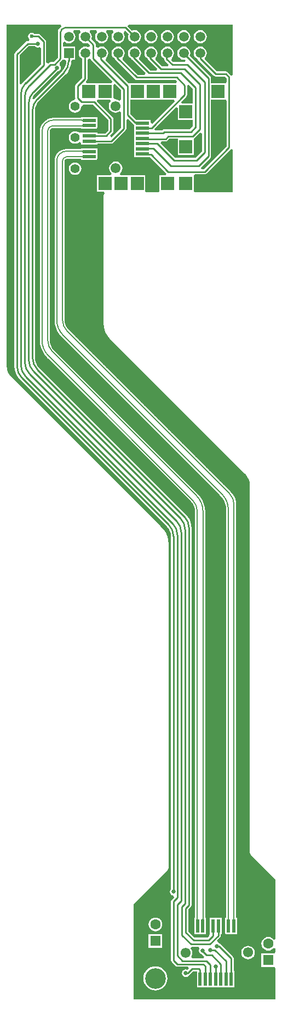
<source format=gtl>
G04 Layer_Physical_Order=1*
G04 Layer_Color=255*
%FSAX25Y25*%
%MOIN*%
G70*
G01*
G75*
%ADD10C,0.00524*%
%ADD11C,0.01000*%
%ADD12R,0.01969X0.07874*%
%ADD13R,0.07874X0.01969*%
%ADD14C,0.05906*%
%ADD15R,0.05906X0.05906*%
%ADD16R,0.05906X0.05906*%
%ADD17C,0.06102*%
%ADD18C,0.05512*%
%ADD19R,0.07874X0.07874*%
%ADD20R,0.06299X0.06299*%
%ADD21C,0.06299*%
%ADD22C,0.12598*%
%ADD23C,0.02362*%
%ADD24C,0.02500*%
G36*
X0868053Y0874975D02*
Y0865924D01*
X0861250D01*
X0860798Y0867016D01*
X0863978Y0870195D01*
X0864310Y0870693D01*
X0864427Y0871280D01*
X0864427Y0871280D01*
Y0876931D01*
X0865038Y0877325D01*
X0865579Y0877450D01*
X0868053Y0874975D01*
D02*
G37*
G36*
X0858740Y0863414D02*
Y0856042D01*
X0868053D01*
Y0852230D01*
X0866195Y0850372D01*
X0850689D01*
X0850689Y0850372D01*
X0850102Y0850255D01*
X0849605Y0849923D01*
X0849605Y0849923D01*
X0849266Y0849584D01*
X0845038D01*
X0844548Y0850766D01*
X0857649Y0863866D01*
X0858740Y0863414D01*
D02*
G37*
G36*
X0856897Y0867451D02*
X0843297Y0853851D01*
X0842116Y0854340D01*
Y0856183D01*
X0833309D01*
X0829781Y0859710D01*
Y0868542D01*
X0839022D01*
Y0868542D01*
X0839040D01*
Y0868542D01*
X0856445D01*
X0856897Y0867451D01*
D02*
G37*
G36*
X0824352Y0874188D02*
Y0868431D01*
X0823171Y0867849D01*
X0822881Y0868071D01*
X0821895Y0868480D01*
X0820836Y0868619D01*
X0820603Y0868589D01*
X0819438Y0869522D01*
X0819422Y0869571D01*
Y0877448D01*
X0820603Y0877937D01*
X0824352Y0874188D01*
D02*
G37*
G36*
X0873565Y0847797D02*
Y0836974D01*
X0869640Y0833049D01*
X0857074D01*
X0848330Y0841793D01*
X0848819Y0842974D01*
X0851476D01*
X0852063Y0843091D01*
X0852561Y0843423D01*
X0853686Y0844549D01*
X0858740D01*
Y0834842D01*
X0868622D01*
Y0844682D01*
X0869096Y0844998D01*
X0872384Y0848286D01*
X0873565Y0847797D01*
D02*
G37*
G36*
X0888322Y0868542D02*
X0888526Y0867446D01*
Y0840025D01*
X0874463Y0825963D01*
X0873333D01*
X0873203Y0826136D01*
X0872895Y0827144D01*
X0878545Y0832794D01*
X0878877Y0833291D01*
X0878994Y0833878D01*
X0878994Y0833878D01*
Y0868542D01*
X0888322D01*
D02*
G37*
G36*
X0817853Y0867634D02*
X0817898Y0867361D01*
X0817294Y0866574D01*
X0816885Y0865588D01*
X0816746Y0864529D01*
X0816885Y0863470D01*
X0817294Y0862484D01*
X0817944Y0861637D01*
X0818791Y0860987D01*
X0819778Y0860578D01*
X0820836Y0860439D01*
X0821895Y0860578D01*
X0822881Y0860987D01*
X0823171Y0861209D01*
X0824352Y0860627D01*
Y0851442D01*
X0818312Y0845402D01*
X0818069Y0845450D01*
X0817680Y0846732D01*
X0819096Y0848148D01*
X0819428Y0848645D01*
X0819545Y0849232D01*
Y0856713D01*
X0819428Y0857299D01*
X0819096Y0857797D01*
X0809529Y0867364D01*
X0809529Y0867375D01*
X0810021Y0868542D01*
X0810703Y0868542D01*
X0817465D01*
X0817853Y0867634D01*
D02*
G37*
G36*
X0892362Y0838004D02*
Y0811889D01*
X0869574D01*
X0868622Y0812442D01*
X0868622Y0813070D01*
Y0821715D01*
X0868622Y0822324D01*
X0869567Y0822896D01*
X0875098D01*
X0875685Y0823012D01*
X0876183Y0823345D01*
X0891143Y0838305D01*
X0891181Y0838363D01*
X0892362Y0838004D01*
D02*
G37*
G36*
X0790871Y0891575D02*
X0790745Y0890301D01*
X0790262Y0888709D01*
X0789478Y0887242D01*
X0788466Y0886009D01*
X0788408Y0885970D01*
X0772219Y0869781D01*
X0772214Y0869785D01*
X0771233Y0868636D01*
X0770171Y0869204D01*
X0770955Y0870671D01*
X0771967Y0871904D01*
X0772025Y0871943D01*
X0785664Y0885582D01*
X0786214Y0885692D01*
X0786960Y0886190D01*
X0787458Y0886936D01*
X0787633Y0887815D01*
X0787458Y0888694D01*
X0786960Y0889440D01*
X0786987Y0890842D01*
X0788387Y0892242D01*
X0788720Y0892740D01*
X0788723Y0892756D01*
X0790128D01*
X0790871Y0891575D01*
D02*
G37*
G36*
X0892362Y0883492D02*
X0891181Y0883133D01*
X0891143Y0883191D01*
X0891143Y0883191D01*
X0889175Y0885159D01*
X0888677Y0885491D01*
X0888091Y0885608D01*
X0882426D01*
X0875176Y0892859D01*
X0875243Y0893891D01*
X0875877Y0894717D01*
X0876276Y0895680D01*
X0876412Y0896712D01*
X0876276Y0897745D01*
X0875877Y0898708D01*
X0875243Y0899535D01*
X0874417Y0900169D01*
X0873454Y0900567D01*
X0872421Y0900703D01*
X0871388Y0900567D01*
X0870426Y0900169D01*
X0869599Y0899535D01*
X0868965Y0898708D01*
X0868566Y0897745D01*
X0868430Y0896712D01*
X0868566Y0895680D01*
X0868965Y0894717D01*
X0869599Y0893891D01*
X0870426Y0893256D01*
X0870970Y0893031D01*
X0871004Y0892858D01*
X0871337Y0892360D01*
X0880707Y0882990D01*
X0880707Y0882990D01*
X0881205Y0882658D01*
X0881791Y0882541D01*
X0887455D01*
X0888526Y0881471D01*
Y0879521D01*
X0888322Y0878424D01*
X0878994D01*
Y0881516D01*
X0878877Y0882102D01*
X0878545Y0882600D01*
X0866039Y0895106D01*
X0866276Y0895680D01*
X0866412Y0896712D01*
X0866276Y0897745D01*
X0865877Y0898708D01*
X0865243Y0899535D01*
X0864417Y0900169D01*
X0863454Y0900567D01*
X0862421Y0900703D01*
X0861388Y0900567D01*
X0860426Y0900169D01*
X0859599Y0899535D01*
X0858965Y0898708D01*
X0858566Y0897745D01*
X0858430Y0896712D01*
X0858566Y0895680D01*
X0858965Y0894717D01*
X0859599Y0893891D01*
X0860426Y0893256D01*
X0861388Y0892858D01*
X0862421Y0892722D01*
X0863165Y0892820D01*
X0863512Y0892498D01*
X0863224Y0891609D01*
X0862955Y0891317D01*
X0856048D01*
X0855065Y0892300D01*
X0855188Y0893848D01*
X0855243Y0893891D01*
X0855877Y0894717D01*
X0856276Y0895680D01*
X0856412Y0896712D01*
X0856276Y0897745D01*
X0855877Y0898708D01*
X0855243Y0899535D01*
X0854417Y0900169D01*
X0853454Y0900567D01*
X0852421Y0900703D01*
X0851388Y0900567D01*
X0850426Y0900169D01*
X0849599Y0899535D01*
X0848965Y0898708D01*
X0848566Y0897745D01*
X0848430Y0896712D01*
X0848566Y0895680D01*
X0848965Y0894717D01*
X0849599Y0893891D01*
X0850426Y0893256D01*
X0850494Y0893228D01*
Y0893169D01*
X0850611Y0892582D01*
X0850943Y0892085D01*
X0853286Y0889742D01*
X0852797Y0888561D01*
X0849356D01*
X0845168Y0892748D01*
X0845243Y0893891D01*
X0845877Y0894717D01*
X0846276Y0895680D01*
X0846412Y0896712D01*
X0846276Y0897745D01*
X0845877Y0898708D01*
X0845243Y0899535D01*
X0844417Y0900169D01*
X0843454Y0900567D01*
X0842421Y0900703D01*
X0841388Y0900567D01*
X0840426Y0900169D01*
X0839599Y0899535D01*
X0838965Y0898708D01*
X0838566Y0897745D01*
X0838430Y0896712D01*
X0838566Y0895680D01*
X0838965Y0894717D01*
X0839599Y0893891D01*
X0840426Y0893256D01*
X0840601Y0893184D01*
X0840611Y0893134D01*
X0840943Y0892636D01*
X0846290Y0887290D01*
X0845837Y0886199D01*
X0841875D01*
X0835178Y0892896D01*
X0835243Y0893891D01*
X0835877Y0894717D01*
X0836276Y0895680D01*
X0836412Y0896712D01*
X0836276Y0897745D01*
X0835877Y0898708D01*
X0835243Y0899535D01*
X0834417Y0900169D01*
X0833454Y0900567D01*
X0832421Y0900703D01*
X0831388Y0900567D01*
X0830426Y0900169D01*
X0829599Y0899535D01*
X0828965Y0898708D01*
X0828566Y0897745D01*
X0828430Y0896712D01*
X0828566Y0895680D01*
X0828965Y0894717D01*
X0829599Y0893891D01*
X0830426Y0893256D01*
X0830714Y0893137D01*
X0830943Y0892794D01*
X0839113Y0884624D01*
X0838624Y0883443D01*
X0834395D01*
X0825143Y0892695D01*
X0825220Y0893873D01*
X0825243Y0893891D01*
X0825877Y0894717D01*
X0826276Y0895680D01*
X0826412Y0896712D01*
X0826276Y0897745D01*
X0825877Y0898708D01*
X0825243Y0899535D01*
X0824417Y0900169D01*
X0823454Y0900567D01*
X0822421Y0900703D01*
X0821388Y0900567D01*
X0820426Y0900169D01*
X0819599Y0899535D01*
X0818965Y0898708D01*
X0818566Y0897745D01*
X0818430Y0896712D01*
X0818566Y0895680D01*
X0818965Y0894717D01*
X0819599Y0893891D01*
X0820426Y0893256D01*
X0820584Y0893191D01*
X0820611Y0893055D01*
X0820943Y0892557D01*
X0832675Y0880825D01*
X0832675Y0880825D01*
X0833173Y0880493D01*
X0833760Y0880376D01*
X0857532D01*
X0858259Y0879495D01*
X0857815Y0878424D01*
X0839040D01*
Y0878424D01*
X0839022D01*
Y0878424D01*
X0829140D01*
Y0878424D01*
X0828888Y0878320D01*
X0814941Y0892267D01*
X0815098Y0893780D01*
X0815243Y0893891D01*
X0815877Y0894717D01*
X0816276Y0895680D01*
X0816412Y0896712D01*
X0816276Y0897745D01*
X0815877Y0898708D01*
X0815243Y0899535D01*
X0814417Y0900169D01*
X0813454Y0900567D01*
X0812421Y0900703D01*
X0811388Y0900567D01*
X0810426Y0900169D01*
X0810096Y0899916D01*
X0808915Y0900498D01*
Y0901752D01*
X0808799Y0902339D01*
X0808466Y0902836D01*
X0806085Y0905218D01*
X0806276Y0905680D01*
X0806412Y0906713D01*
X0806276Y0907745D01*
X0805877Y0908708D01*
X0805262Y0909510D01*
X0805278Y0909628D01*
X0805676Y0910691D01*
X0809166D01*
X0809564Y0909628D01*
X0809580Y0909510D01*
X0808965Y0908708D01*
X0808566Y0907745D01*
X0808430Y0906713D01*
X0808566Y0905680D01*
X0808965Y0904717D01*
X0809599Y0903891D01*
X0810426Y0903256D01*
X0811388Y0902858D01*
X0812421Y0902722D01*
X0813454Y0902858D01*
X0814417Y0903256D01*
X0815243Y0903891D01*
X0815877Y0904717D01*
X0816276Y0905680D01*
X0816412Y0906713D01*
X0816276Y0907745D01*
X0815877Y0908708D01*
X0815262Y0909510D01*
X0815278Y0909628D01*
X0815676Y0910691D01*
X0819166D01*
X0819564Y0909628D01*
X0819580Y0909510D01*
X0818965Y0908708D01*
X0818566Y0907745D01*
X0818430Y0906713D01*
X0818566Y0905680D01*
X0818965Y0904717D01*
X0819599Y0903891D01*
X0820426Y0903256D01*
X0821388Y0902858D01*
X0822421Y0902722D01*
X0823454Y0902858D01*
X0824417Y0903256D01*
X0825243Y0903891D01*
X0825877Y0904717D01*
X0826276Y0905680D01*
X0826412Y0906713D01*
X0826276Y0907745D01*
X0825877Y0908708D01*
X0825789Y0908823D01*
X0826283Y0910119D01*
X0826757Y0910209D01*
X0828758Y0908208D01*
X0828566Y0907745D01*
X0828430Y0906713D01*
X0828566Y0905680D01*
X0828965Y0904717D01*
X0829599Y0903891D01*
X0830426Y0903256D01*
X0831388Y0902858D01*
X0832421Y0902722D01*
X0833454Y0902858D01*
X0834417Y0903256D01*
X0835243Y0903891D01*
X0835877Y0904717D01*
X0836276Y0905680D01*
X0836412Y0906713D01*
X0836276Y0907745D01*
X0835877Y0908708D01*
X0835243Y0909534D01*
X0834417Y0910169D01*
X0833454Y0910567D01*
X0832421Y0910703D01*
X0831388Y0910567D01*
X0830926Y0910376D01*
X0828349Y0912953D01*
X0828838Y0914134D01*
X0892362D01*
Y0883492D01*
D02*
G37*
G36*
X0872023Y0351636D02*
X0871794Y0351293D01*
X0871619Y0350413D01*
X0871794Y0349534D01*
X0872292Y0348788D01*
X0873038Y0348290D01*
X0873588Y0348181D01*
X0874940Y0346829D01*
X0874632Y0345821D01*
X0874501Y0345648D01*
X0867632D01*
X0867050Y0346829D01*
X0867174Y0346990D01*
X0867583Y0347977D01*
X0867722Y0349035D01*
X0867583Y0350094D01*
X0867174Y0351080D01*
X0866713Y0351681D01*
X0866715Y0351701D01*
X0867069Y0352577D01*
X0867270Y0352817D01*
X0871493D01*
X0872023Y0351636D01*
D02*
G37*
G36*
X0787632Y0914000D02*
X0787863Y0912953D01*
X0787134Y0912394D01*
X0786388Y0911422D01*
X0785919Y0910290D01*
X0785759Y0909075D01*
X0785770D01*
Y0893962D01*
X0783125Y0891317D01*
X0781398D01*
X0780811Y0891200D01*
X0780313Y0890868D01*
X0780313Y0890868D01*
X0779880Y0890434D01*
X0778699Y0890923D01*
Y0903661D01*
X0778582Y0904248D01*
X0778250Y0904746D01*
X0778250Y0904746D01*
X0775002Y0907994D01*
X0774504Y0908326D01*
X0773917Y0908443D01*
X0771485D01*
X0771457Y0908485D01*
X0770734Y0908968D01*
X0769882Y0909137D01*
X0769029Y0908968D01*
X0768306Y0908485D01*
X0767824Y0907762D01*
X0767654Y0906909D01*
X0767824Y0906057D01*
X0768306Y0905334D01*
X0768515Y0905195D01*
X0768157Y0904014D01*
X0767421D01*
X0767421Y0904014D01*
X0766834Y0903897D01*
X0766337Y0903564D01*
X0766337Y0903564D01*
X0759841Y0897069D01*
X0759509Y0896571D01*
X0759392Y0895984D01*
Y0706130D01*
X0759386D01*
X0759528Y0704325D01*
X0759950Y0702564D01*
X0760643Y0700891D01*
X0761589Y0699347D01*
X0762766Y0697971D01*
X0762770Y0697975D01*
X0852188Y0608557D01*
X0852246Y0608519D01*
X0853257Y0607285D01*
X0854042Y0605818D01*
X0854525Y0604226D01*
X0854681Y0602639D01*
X0854667Y0602570D01*
Y0387926D01*
X0854576Y0387865D01*
X0854078Y0387120D01*
X0853903Y0386240D01*
X0854078Y0385361D01*
X0854576Y0384615D01*
X0855321Y0384117D01*
X0856008Y0383980D01*
X0856344Y0383381D01*
X0856494Y0382796D01*
X0855116Y0381419D01*
X0854784Y0380921D01*
X0854667Y0380335D01*
Y0344508D01*
X0854784Y0343921D01*
X0855116Y0343424D01*
X0857479Y0341061D01*
X0857479Y0341061D01*
X0857976Y0340729D01*
X0858563Y0340612D01*
X0858563Y0340612D01*
X0865002D01*
X0865491Y0339431D01*
X0864714Y0338654D01*
X0864561Y0338757D01*
X0863681Y0338932D01*
X0862802Y0338757D01*
X0862056Y0338259D01*
X0861558Y0337513D01*
X0861383Y0336634D01*
X0861558Y0335754D01*
X0862056Y0335009D01*
X0862802Y0334511D01*
X0863681Y0334336D01*
X0864561Y0334511D01*
X0865306Y0335009D01*
X0865445Y0335216D01*
X0865449Y0335217D01*
X0865946Y0335549D01*
X0868253Y0337856D01*
X0870403D01*
Y0328150D01*
X0876703D01*
Y0328150D01*
X0893277D01*
Y0338031D01*
X0892823D01*
Y0345640D01*
X0892706Y0346227D01*
X0892374Y0346724D01*
X0884844Y0354254D01*
X0884347Y0354586D01*
X0884342Y0354587D01*
X0884204Y0354794D01*
X0883458Y0355292D01*
X0883100Y0355364D01*
X0882663Y0356597D01*
X0884500Y0358433D01*
X0884832Y0358931D01*
X0884949Y0359518D01*
Y0360433D01*
X0885404D01*
Y0370315D01*
X0878277D01*
Y0360433D01*
X0878277D01*
X0877962Y0359383D01*
X0876825Y0358246D01*
X0869041D01*
X0865215Y0362072D01*
Y0375369D01*
X0866734Y0376888D01*
X0867066Y0377386D01*
X0867183Y0377972D01*
Y0607689D01*
X0867189D01*
X0867047Y0609494D01*
X0866624Y0611254D01*
X0865931Y0612927D01*
X0864985Y0614471D01*
X0863809Y0615848D01*
X0863805Y0615844D01*
X0774387Y0705262D01*
X0774329Y0705300D01*
X0773317Y0706533D01*
X0772533Y0708001D01*
X0772050Y0709593D01*
X0771894Y0711180D01*
X0771907Y0711248D01*
Y0861625D01*
X0771894Y0861694D01*
X0772050Y0863281D01*
X0772533Y0864873D01*
X0773317Y0866341D01*
X0774329Y0867574D01*
X0774387Y0867612D01*
X0790577Y0883802D01*
X0790581Y0883797D01*
X0791757Y0885174D01*
X0792703Y0886718D01*
X0793396Y0888391D01*
X0793819Y0890152D01*
X0793961Y0891957D01*
X0794811Y0892756D01*
X0796378D01*
Y0900669D01*
X0788836D01*
Y0903029D01*
X0790018Y0903570D01*
X0790426Y0903256D01*
X0791388Y0902858D01*
X0792421Y0902722D01*
X0793454Y0902858D01*
X0794417Y0903256D01*
X0795243Y0903891D01*
X0795877Y0904717D01*
X0796276Y0905680D01*
X0796412Y0906713D01*
X0796276Y0907745D01*
X0795877Y0908708D01*
X0795262Y0909510D01*
X0795278Y0909628D01*
X0795676Y0910691D01*
X0799166D01*
X0799564Y0909628D01*
X0799580Y0909510D01*
X0798965Y0908708D01*
X0798566Y0907745D01*
X0798430Y0906713D01*
X0798566Y0905680D01*
X0798965Y0904717D01*
X0799599Y0903891D01*
X0800426Y0903256D01*
X0801388Y0902858D01*
X0802421Y0902722D01*
X0803454Y0902858D01*
X0803916Y0903049D01*
X0805346Y0901619D01*
X0805265Y0901006D01*
X0805051Y0900795D01*
X0803999Y0900342D01*
X0803454Y0900567D01*
X0802421Y0900703D01*
X0801388Y0900567D01*
X0800426Y0900169D01*
X0799599Y0899535D01*
X0798965Y0898708D01*
X0798566Y0897745D01*
X0798430Y0896712D01*
X0798566Y0895680D01*
X0798965Y0894717D01*
X0799599Y0893891D01*
X0800426Y0893256D01*
X0800730Y0893130D01*
Y0881757D01*
X0796849Y0877876D01*
X0796516Y0877378D01*
X0796400Y0876791D01*
Y0869311D01*
X0796414Y0869241D01*
X0796400Y0869121D01*
X0795774Y0868132D01*
X0795590Y0867985D01*
X0795299Y0867947D01*
X0794385Y0867568D01*
X0793600Y0866965D01*
X0792997Y0866180D01*
X0792618Y0865265D01*
X0792489Y0864283D01*
X0792618Y0863302D01*
X0792997Y0862387D01*
X0793600Y0861602D01*
X0794385Y0860999D01*
X0795299Y0860620D01*
X0796281Y0860491D01*
X0797263Y0860620D01*
X0798177Y0860999D01*
X0798963Y0861602D01*
X0799565Y0862387D01*
X0799944Y0863302D01*
X0800070Y0864258D01*
X0800088Y0864350D01*
X0801116Y0865415D01*
X0807140D01*
X0816478Y0856077D01*
Y0849867D01*
X0814465Y0847854D01*
X0809832D01*
Y0848309D01*
X0799950D01*
Y0848309D01*
X0798769Y0848211D01*
X0798177Y0848665D01*
X0797263Y0849044D01*
X0796281Y0849173D01*
X0795299Y0849044D01*
X0794385Y0848665D01*
X0793600Y0848063D01*
X0792997Y0847277D01*
X0792618Y0846363D01*
X0792489Y0845381D01*
X0792618Y0844400D01*
X0792997Y0843485D01*
X0793600Y0842700D01*
X0794385Y0842097D01*
X0795299Y0841718D01*
X0796281Y0841589D01*
X0797263Y0841718D01*
X0798177Y0842097D01*
X0798769Y0842551D01*
X0799482Y0842356D01*
X0799950Y0842047D01*
Y0841183D01*
X0809832D01*
Y0841637D01*
X0818250D01*
X0818836Y0841754D01*
X0819334Y0842087D01*
X0826970Y0849723D01*
X0827302Y0850220D01*
X0827419Y0850807D01*
Y0856192D01*
X0828510Y0856644D01*
X0831366Y0853788D01*
X0831888Y0853266D01*
X0831888Y0853266D01*
X0832234Y0853033D01*
Y0849057D01*
Y0845907D01*
Y0842758D01*
Y0839608D01*
Y0836458D01*
Y0833309D01*
X0842003D01*
X0851806Y0823505D01*
X0851682Y0822859D01*
X0851368Y0822324D01*
X0847640D01*
Y0813070D01*
X0847640Y0812442D01*
X0846688Y0811889D01*
X0839974D01*
X0839022Y0812442D01*
X0839022Y0813070D01*
Y0822324D01*
X0824016D01*
X0823615Y0823505D01*
X0823925Y0823743D01*
X0824575Y0824590D01*
X0824984Y0825577D01*
X0825123Y0826635D01*
X0824984Y0827694D01*
X0824575Y0828680D01*
X0823925Y0829527D01*
X0823078Y0830177D01*
X0822092Y0830586D01*
X0821033Y0830725D01*
X0819974Y0830586D01*
X0818988Y0830177D01*
X0818141Y0829527D01*
X0817491Y0828680D01*
X0817082Y0827694D01*
X0816943Y0826635D01*
X0817082Y0825577D01*
X0817491Y0824590D01*
X0818141Y0823743D01*
X0818451Y0823505D01*
X0818050Y0822324D01*
X0809540D01*
Y0812442D01*
X0813807D01*
X0814153Y0811472D01*
X0814193Y0811261D01*
X0813777Y0810638D01*
X0813622Y0809862D01*
Y0750807D01*
Y0732045D01*
X0813622D01*
X0813780Y0730041D01*
X0814249Y0728087D01*
X0815018Y0726229D01*
X0816068Y0724515D01*
X0817374Y0722987D01*
X0817375Y0722987D01*
X0842366Y0697996D01*
X0842366Y0697996D01*
X0899657Y0640704D01*
X0899764Y0640633D01*
X0900937Y0639203D01*
X0901869Y0637460D01*
X0902443Y0635569D01*
X0902624Y0633728D01*
X0902599Y0633602D01*
Y0614705D01*
Y0410256D01*
X0902753Y0409480D01*
X0903193Y0408822D01*
X0918347Y0393668D01*
Y0357486D01*
X0917166Y0357085D01*
X0916840Y0357509D01*
X0915973Y0358175D01*
X0914962Y0358594D01*
X0913878Y0358737D01*
X0912794Y0358594D01*
X0911783Y0358175D01*
X0910916Y0357509D01*
X0910250Y0356642D01*
X0909831Y0355631D01*
X0909688Y0354547D01*
X0909831Y0353463D01*
X0910250Y0352452D01*
X0910916Y0351585D01*
X0911783Y0350919D01*
X0912794Y0350501D01*
X0913878Y0350358D01*
X0914962Y0350501D01*
X0915973Y0350919D01*
X0916840Y0351585D01*
X0917166Y0352009D01*
X0918347Y0351608D01*
Y0349751D01*
X0918031Y0348701D01*
X0917166Y0348701D01*
X0909724D01*
Y0340394D01*
X0917166D01*
X0918031Y0340394D01*
X0918347Y0339343D01*
Y0320551D01*
X0831850D01*
Y0378708D01*
X0852516Y0399374D01*
X0852956Y0400031D01*
X0853110Y0400807D01*
X0853110Y0400807D01*
Y0553957D01*
Y0598169D01*
X0853114D01*
X0852941Y0600376D01*
X0852424Y0602527D01*
X0851577Y0604572D01*
X0850421Y0606459D01*
X0848984Y0608141D01*
X0848980Y0608138D01*
X0757437Y0699681D01*
X0757339Y0699747D01*
X0756240Y0701087D01*
X0755368Y0702717D01*
X0754832Y0704487D01*
X0754662Y0706211D01*
X0754685Y0706327D01*
X0754685Y0706327D01*
Y0750807D01*
Y0914134D01*
X0787557D01*
X0787632Y0914000D01*
D02*
G37*
G36*
X0805002Y0893414D02*
X0805928Y0892927D01*
X0805965Y0892740D01*
X0806298Y0892242D01*
X0818935Y0879605D01*
X0818445Y0878424D01*
X0810703D01*
X0809540Y0878424D01*
X0808359Y0878424D01*
X0803278D01*
X0802826Y0879516D01*
X0803348Y0880038D01*
X0803348Y0880038D01*
X0803680Y0880535D01*
X0803797Y0881122D01*
Y0892679D01*
X0804798Y0893435D01*
X0805002Y0893414D01*
D02*
G37*
G36*
X0771899Y0900855D02*
X0772644Y0900357D01*
X0773524Y0900182D01*
X0774403Y0900357D01*
X0774451Y0900389D01*
X0775632Y0899758D01*
Y0890123D01*
X0765132Y0879623D01*
X0765128Y0879628D01*
X0763952Y0878251D01*
X0763640Y0877742D01*
X0762459Y0878075D01*
Y0895349D01*
X0768056Y0900947D01*
X0771837D01*
X0771899Y0900855D01*
D02*
G37*
%LPC*%
G36*
X0852421Y0910703D02*
X0851388Y0910567D01*
X0850426Y0910169D01*
X0849599Y0909534D01*
X0848965Y0908708D01*
X0848566Y0907745D01*
X0848430Y0906713D01*
X0848566Y0905680D01*
X0848965Y0904717D01*
X0849599Y0903891D01*
X0850426Y0903256D01*
X0851388Y0902858D01*
X0852421Y0902722D01*
X0853454Y0902858D01*
X0854417Y0903256D01*
X0855243Y0903891D01*
X0855877Y0904717D01*
X0856276Y0905680D01*
X0856412Y0906713D01*
X0856276Y0907745D01*
X0855877Y0908708D01*
X0855243Y0909534D01*
X0854417Y0910169D01*
X0853454Y0910567D01*
X0852421Y0910703D01*
D02*
G37*
G36*
X0862421D02*
X0861388Y0910567D01*
X0860426Y0910169D01*
X0859599Y0909534D01*
X0858965Y0908708D01*
X0858566Y0907745D01*
X0858430Y0906713D01*
X0858566Y0905680D01*
X0858965Y0904717D01*
X0859599Y0903891D01*
X0860426Y0903256D01*
X0861388Y0902858D01*
X0862421Y0902722D01*
X0863454Y0902858D01*
X0864417Y0903256D01*
X0865243Y0903891D01*
X0865877Y0904717D01*
X0866276Y0905680D01*
X0866412Y0906713D01*
X0866276Y0907745D01*
X0865877Y0908708D01*
X0865243Y0909534D01*
X0864417Y0910169D01*
X0863454Y0910567D01*
X0862421Y0910703D01*
D02*
G37*
G36*
X0872421D02*
X0871388Y0910567D01*
X0870426Y0910169D01*
X0869599Y0909534D01*
X0868965Y0908708D01*
X0868566Y0907745D01*
X0868430Y0906713D01*
X0868566Y0905680D01*
X0868965Y0904717D01*
X0869599Y0903891D01*
X0870426Y0903256D01*
X0871388Y0902858D01*
X0872421Y0902722D01*
X0873454Y0902858D01*
X0874417Y0903256D01*
X0875243Y0903891D01*
X0875877Y0904717D01*
X0876276Y0905680D01*
X0876412Y0906713D01*
X0876276Y0907745D01*
X0875877Y0908708D01*
X0875243Y0909534D01*
X0874417Y0910169D01*
X0873454Y0910567D01*
X0872421Y0910703D01*
D02*
G37*
G36*
X0842421D02*
X0841388Y0910567D01*
X0840426Y0910169D01*
X0839599Y0909534D01*
X0838965Y0908708D01*
X0838566Y0907745D01*
X0838430Y0906713D01*
X0838566Y0905680D01*
X0838965Y0904717D01*
X0839599Y0903891D01*
X0840426Y0903256D01*
X0841388Y0902858D01*
X0842421Y0902722D01*
X0843454Y0902858D01*
X0844417Y0903256D01*
X0845243Y0903891D01*
X0845877Y0904717D01*
X0846276Y0905680D01*
X0846412Y0906713D01*
X0846276Y0907745D01*
X0845877Y0908708D01*
X0845243Y0909534D01*
X0844417Y0910169D01*
X0843454Y0910567D01*
X0842421Y0910703D01*
D02*
G37*
G36*
X0845177Y0340823D02*
X0843746Y0340682D01*
X0842369Y0340264D01*
X0841100Y0339586D01*
X0839988Y0338673D01*
X0839075Y0337561D01*
X0838397Y0336293D01*
X0837980Y0334916D01*
X0837839Y0333484D01*
X0837980Y0332052D01*
X0838397Y0330676D01*
X0839075Y0329407D01*
X0839988Y0328295D01*
X0841100Y0327382D01*
X0842369Y0326704D01*
X0843746Y0326287D01*
X0845177Y0326146D01*
X0846609Y0326287D01*
X0847985Y0326704D01*
X0849254Y0327382D01*
X0850366Y0328295D01*
X0851279Y0329407D01*
X0851957Y0330676D01*
X0852375Y0332052D01*
X0852516Y0333484D01*
X0852375Y0334916D01*
X0851957Y0336293D01*
X0851279Y0337561D01*
X0850366Y0338673D01*
X0849254Y0339586D01*
X0847985Y0340264D01*
X0846609Y0340682D01*
X0845177Y0340823D01*
D02*
G37*
G36*
X0901525Y0353322D02*
X0900467Y0353183D01*
X0899481Y0352774D01*
X0898633Y0352124D01*
X0897983Y0351277D01*
X0897575Y0350291D01*
X0897435Y0349232D01*
X0897575Y0348174D01*
X0897983Y0347187D01*
X0898633Y0346340D01*
X0899481Y0345690D01*
X0900467Y0345282D01*
X0901525Y0345142D01*
X0902584Y0345282D01*
X0903571Y0345690D01*
X0904418Y0346340D01*
X0905068Y0347187D01*
X0905476Y0348174D01*
X0905616Y0349232D01*
X0905476Y0350291D01*
X0905068Y0351277D01*
X0904418Y0352124D01*
X0903571Y0352774D01*
X0902584Y0353183D01*
X0901525Y0353322D01*
D02*
G37*
G36*
X0845177Y0370508D02*
X0844093Y0370366D01*
X0843082Y0369947D01*
X0842215Y0369281D01*
X0841549Y0368413D01*
X0841131Y0367403D01*
X0840988Y0366319D01*
X0841131Y0365234D01*
X0841549Y0364224D01*
X0842215Y0363356D01*
X0843082Y0362691D01*
X0844093Y0362272D01*
X0845177Y0362129D01*
X0846261Y0362272D01*
X0847272Y0362691D01*
X0848139Y0363356D01*
X0848805Y0364224D01*
X0849224Y0365234D01*
X0849366Y0366319D01*
X0849224Y0367403D01*
X0848805Y0368413D01*
X0848139Y0369281D01*
X0847272Y0369947D01*
X0846261Y0370366D01*
X0845177Y0370508D01*
D02*
G37*
G36*
X0849331Y0360472D02*
X0841024D01*
Y0352165D01*
X0849331D01*
Y0360472D01*
D02*
G37*
G36*
X0796281Y0830276D02*
X0795299Y0830147D01*
X0794385Y0829768D01*
X0793600Y0829165D01*
X0792997Y0828380D01*
X0792618Y0827465D01*
X0792489Y0826483D01*
X0792618Y0825502D01*
X0792997Y0824587D01*
X0793600Y0823802D01*
X0794385Y0823199D01*
X0795299Y0822820D01*
X0796281Y0822691D01*
X0797263Y0822820D01*
X0798177Y0823199D01*
X0798963Y0823802D01*
X0799565Y0824587D01*
X0799944Y0825502D01*
X0800073Y0826483D01*
X0799944Y0827465D01*
X0799565Y0828380D01*
X0798963Y0829165D01*
X0798177Y0829768D01*
X0797263Y0830147D01*
X0796281Y0830276D01*
D02*
G37*
G36*
X0809832Y0838860D02*
X0799950D01*
Y0838335D01*
X0791043D01*
Y0838346D01*
X0789627Y0838206D01*
X0788266Y0837793D01*
X0787011Y0837123D01*
X0785912Y0836220D01*
X0785009Y0835120D01*
X0784338Y0833866D01*
X0783925Y0832504D01*
X0783786Y0831088D01*
X0783796D01*
Y0734477D01*
X0783775D01*
X0783957Y0732160D01*
X0784500Y0729901D01*
X0785389Y0727754D01*
X0786603Y0725773D01*
X0788112Y0724006D01*
X0788127Y0724021D01*
X0788127Y0724021D01*
X0884676Y0627472D01*
X0884714Y0627447D01*
X0885930Y0626023D01*
X0886932Y0624388D01*
X0887665Y0622617D01*
X0888113Y0620753D01*
X0888260Y0618886D01*
X0888251Y0618842D01*
Y0370315D01*
X0887726D01*
Y0360433D01*
X0894852D01*
Y0370315D01*
X0894328D01*
Y0621738D01*
X0894338D01*
X0894199Y0623506D01*
X0893785Y0625230D01*
X0893106Y0626868D01*
X0892180Y0628380D01*
X0891028Y0629729D01*
X0891028Y0629729D01*
X0890186Y0630557D01*
X0792424Y0728318D01*
X0792376Y0728350D01*
X0791327Y0729629D01*
X0790521Y0731137D01*
X0790024Y0732774D01*
X0789862Y0734420D01*
X0789873Y0734477D01*
Y0831088D01*
X0789876D01*
X0789965Y0831535D01*
X0790218Y0831914D01*
X0790597Y0832167D01*
X0791043Y0832255D01*
Y0832258D01*
X0799950D01*
Y0831734D01*
X0809832D01*
Y0834883D01*
Y0838860D01*
D02*
G37*
G36*
X0809832Y0857757D02*
X0799950D01*
Y0857233D01*
X0782972D01*
Y0857248D01*
X0781383Y0857091D01*
X0779854Y0856627D01*
X0778446Y0855874D01*
X0777211Y0854861D01*
X0776198Y0853627D01*
X0775445Y0852218D01*
X0774981Y0850690D01*
X0774825Y0849100D01*
X0774839D01*
Y0721977D01*
X0774819D01*
X0775001Y0719660D01*
X0775543Y0717401D01*
X0776432Y0715254D01*
X0777646Y0713273D01*
X0779155Y0711506D01*
X0779170Y0711521D01*
X0779170Y0711521D01*
X0866802Y0623889D01*
X0866850Y0623857D01*
X0867899Y0622579D01*
X0868706Y0621070D01*
X0869202Y0619433D01*
X0869364Y0617787D01*
X0869353Y0617731D01*
Y0370315D01*
X0868829D01*
Y0360433D01*
X0875955D01*
Y0370315D01*
X0875430D01*
Y0617731D01*
X0875451D01*
X0875269Y0620047D01*
X0874726Y0622306D01*
X0873837Y0624453D01*
X0872623Y0626434D01*
X0871865Y0627322D01*
X0871117Y0628197D01*
X0871114Y0628201D01*
X0871099Y0628186D01*
X0783467Y0715818D01*
X0783420Y0715850D01*
X0782370Y0717129D01*
X0781564Y0718637D01*
X0781067Y0720274D01*
X0780905Y0721920D01*
X0780917Y0721977D01*
Y0849100D01*
X0780909Y0849137D01*
X0781060Y0849892D01*
X0781508Y0850564D01*
X0782180Y0851013D01*
X0782936Y0851163D01*
X0782972Y0851156D01*
X0799950D01*
Y0850632D01*
X0809832D01*
Y0853781D01*
Y0857757D01*
D02*
G37*
%LPD*%
D10*
X0800866Y0833722D02*
G03*
X0800692Y0833549I0000000J-0000173D01*
G01*
X0788583Y0734477D02*
G03*
X0791512Y0727406I0010000J0000000D01*
G01*
X0791043Y0833549D02*
G03*
X0788583Y0831088I0000000J-0002461D01*
G01*
X0893037Y0621738D02*
G03*
X0890108Y0628809I-0010000J0000000D01*
G01*
X0893037Y0369746D02*
G03*
X0892864Y0369328I0000418J-0000418D01*
G01*
X0889541Y0618842D02*
G03*
X0885588Y0628385I-0013496J0000000D01*
G01*
X0889715Y0369328D02*
G03*
X0889541Y0369746I-0000591J0000000D01*
G01*
X0800692Y0837045D02*
G03*
X0800866Y0836872I0000173J0000000D01*
G01*
X0791043Y0837045D02*
G03*
X0785087Y0831088I0000000J-0005957D01*
G01*
Y0734477D02*
G03*
X0789040Y0724934I0013496J0000000D01*
G01*
X0874140Y0617731D02*
G03*
X0870190Y0627271I-0013496J0000000D01*
G01*
D02*
G03*
X0870187Y0627274I-0009546J-0009540D01*
G01*
X0874140Y0369746D02*
G03*
X0873967Y0369328I0000418J-0000418D01*
G01*
X0782972Y0852446D02*
G03*
X0779626Y0849100I0000000J-0003347D01*
G01*
Y0721977D02*
G03*
X0782555Y0714906I0010000J0000000D01*
G01*
X0870644Y0617731D02*
G03*
X0867715Y0624802I-0010000J0000000D01*
G01*
X0870817Y0369328D02*
G03*
X0870644Y0369746I-0000591J0000000D01*
G01*
X0782972Y0855943D02*
G03*
X0776130Y0849100I0000000J-0006842D01*
G01*
Y0721977D02*
G03*
X0780083Y0712434I0013496J0000000D01*
G01*
X0800866Y0833722D02*
X0804891D01*
X0791043Y0833549D02*
X0800692D01*
X0788583Y0734477D02*
Y0831088D01*
X0791512Y0727406D02*
X0890108Y0628809D01*
X0893037Y0369746D02*
Y0621738D01*
X0892864Y0365374D02*
Y0369328D01*
X0889541Y0369746D02*
Y0618842D01*
X0800866Y0836872D02*
X0804891D01*
X0889715Y0365374D02*
Y0369328D01*
X0791043Y0837045D02*
X0800692D01*
X0789040Y0724934D02*
X0885588Y0628385D01*
X0785087Y0734477D02*
Y0831088D01*
X0874140Y0369746D02*
Y0617731D01*
X0873967Y0365374D02*
Y0369328D01*
X0800519Y0852446D02*
X0800692Y0852620D01*
X0804891D01*
X0782972Y0852446D02*
X0800519D01*
X0782555Y0714906D02*
X0870187Y0627274D01*
X0779626Y0721977D02*
Y0849100D01*
X0870644Y0369746D02*
Y0617731D01*
X0800692Y0855769D02*
X0804891D01*
X0870817Y0365374D02*
Y0369328D01*
X0782972Y0855943D02*
X0800519D01*
X0800692Y0855769D01*
X0780083Y0712434D02*
X0867715Y0624802D01*
X0776130Y0721977D02*
Y0849100D01*
D11*
X0790453Y0912224D02*
G03*
X0787303Y0909075I0000000J-0003150D01*
G01*
X0768493Y0876878D02*
G03*
X0765650Y0870015I0006864J-0006864D01*
G01*
X0789492Y0884886D02*
G03*
X0792421Y0891957I-0007071J0007071D01*
G01*
X0773303Y0868697D02*
G03*
X0770374Y0861625I0007071J-0007071D01*
G01*
X0770941Y0873027D02*
G03*
X0768012Y0865956I0007071J-0007071D01*
G01*
X0766216Y0878539D02*
G03*
X0763287Y0871468I0007071J-0007071D01*
G01*
X0856201Y0602570D02*
G03*
X0853272Y0609642I-0010000J0000000D01*
G01*
X0858563Y0603358D02*
G03*
X0855634Y0610429I-0010000J0000000D01*
G01*
X0860925Y0604933D02*
G03*
X0857996Y0612004I-0010000J0000000D01*
G01*
X0863287Y0606507D02*
G03*
X0860358Y0613579I-0010000J0000000D01*
G01*
X0865650Y0607689D02*
G03*
X0862721Y0614760I-0010000J0000000D01*
G01*
X0760925Y0706130D02*
G03*
X0763854Y0699059I0010000J0000000D01*
G01*
X0763287Y0706918D02*
G03*
X0766216Y0699847I0010000J0000000D01*
G01*
X0765650Y0708493D02*
G03*
X0768578Y0701421I0010000J0000000D01*
G01*
X0768012Y0710067D02*
G03*
X0770941Y0702996I0010000J0000000D01*
G01*
X0770374Y0711248D02*
G03*
X0773303Y0704177I0010000J0000000D01*
G01*
X0760925Y0706130D02*
Y0895984D01*
X0767421Y0902480D01*
X0890059Y0839390D02*
Y0882106D01*
X0888091Y0884075D02*
X0890059Y0882106D01*
X0881791Y0884075D02*
X0888091D01*
X0875098Y0824429D02*
X0890059Y0839390D01*
X0875098Y0836339D02*
Y0879154D01*
X0870275Y0831516D02*
X0875098Y0836339D01*
X0856439Y0831516D02*
X0870275D01*
X0872421Y0893445D02*
Y0896712D01*
Y0893445D02*
X0881791Y0884075D01*
X0769882Y0906909D02*
X0773917D01*
X0777165Y0903661D01*
Y0889488D02*
Y0903661D01*
X0767421Y0902480D02*
X0773524D01*
X0787303Y0893327D02*
Y0909075D01*
X0783760Y0889783D02*
X0787303Y0893327D01*
X0781398Y0889783D02*
X0783760D01*
X0768493Y0876878D02*
X0781398Y0889783D01*
X0770941Y0873027D02*
X0785335Y0887421D01*
X0766216Y0878539D02*
X0777165Y0889488D01*
X0880266Y0359518D02*
Y0365374D01*
X0802421Y0906713D02*
X0807382Y0901752D01*
Y0893327D02*
Y0901752D01*
Y0893327D02*
X0825886Y0874823D01*
X0773303Y0868697D02*
X0789492Y0884886D01*
X0792421Y0891957D02*
Y0896712D01*
X0804891Y0843171D02*
X0818250D01*
X0825886Y0850807D01*
Y0874823D01*
X0856201Y0344508D02*
X0858563Y0342146D01*
X0856201Y0344508D02*
Y0380335D01*
X0858563Y0382697D01*
Y0378366D02*
X0860925Y0380728D01*
X0858563Y0347264D02*
Y0378366D01*
Y0347264D02*
X0861713Y0344114D01*
X0867618Y0339390D02*
X0871555D01*
X0863681Y0336634D02*
X0864862D01*
X0867618Y0339390D01*
X0797933Y0869311D02*
Y0876791D01*
X0802028Y0896083D02*
X0802264Y0895846D01*
Y0881122D02*
Y0895846D01*
X0797933Y0876791D02*
X0802264Y0881122D01*
X0797933Y0869311D02*
X0800295Y0866949D01*
X0807776D01*
X0818012Y0856713D01*
Y0849232D02*
Y0856713D01*
X0815100Y0846320D02*
X0818012Y0849232D01*
X0804891Y0846320D02*
X0815100D01*
X0812027Y0893012D02*
X0828248Y0876791D01*
Y0859075D02*
Y0876791D01*
Y0859075D02*
X0832972Y0854350D01*
X0837303D01*
X0879429Y0347657D02*
X0884990Y0342096D01*
X0876280Y0347657D02*
X0879429D01*
X0873917Y0350020D02*
X0876280Y0347657D01*
X0888140Y0333090D02*
Y0344065D01*
X0881398Y0350807D02*
X0888140Y0344065D01*
X0878642Y0350807D02*
X0881398D01*
X0891289Y0333090D02*
Y0345640D01*
X0883760Y0353169D02*
X0891289Y0345640D01*
X0882579Y0353169D02*
X0883760D01*
X0884990Y0333090D02*
Y0342096D01*
X0865650Y0377972D02*
Y0607689D01*
X0863681Y0376004D02*
X0865650Y0377972D01*
X0863681Y0361437D02*
Y0376004D01*
X0863287Y0379153D02*
Y0606507D01*
X0861319Y0377185D02*
X0863287Y0379153D01*
X0861319Y0359862D02*
Y0377185D01*
X0858563Y0382697D02*
Y0603358D01*
X0861319Y0359862D02*
X0866831Y0354350D01*
X0858563Y0342146D02*
X0874311D01*
X0871555Y0339390D02*
X0872392Y0338553D01*
X0853051Y0824429D02*
X0875098D01*
X0842421Y0835059D02*
X0853051Y0824429D01*
X0836909Y0835059D02*
X0842421D01*
X0877461Y0833878D02*
Y0881516D01*
X0871555Y0827972D02*
X0877461Y0833878D01*
X0854626Y0827972D02*
X0871555D01*
X0843996Y0838602D02*
X0854626Y0827972D01*
X0846358Y0841596D02*
X0856439Y0831516D01*
X0862894Y0887027D02*
X0872342Y0877579D01*
Y0850413D02*
Y0877579D01*
X0868012Y0846083D02*
X0872342Y0850413D01*
X0864468Y0889783D02*
X0875098Y0879154D01*
X0848720Y0887027D02*
X0862894D01*
X0855413Y0889783D02*
X0864468D01*
X0852028Y0893169D02*
X0855413Y0889783D01*
X0852028Y0893169D02*
Y0896712D01*
X0812027Y0893012D02*
Y0896083D01*
X0833760Y0881909D02*
X0858169D01*
X0822027Y0893642D02*
X0833760Y0881909D01*
X0822027Y0893642D02*
Y0896083D01*
X0841240Y0884665D02*
X0860532D01*
X0832028Y0893878D02*
X0841240Y0884665D01*
X0832028Y0893878D02*
Y0896083D01*
X0881841Y0333090D02*
Y0340571D01*
X0873917Y0350020D02*
Y0350413D01*
X0837303Y0844508D02*
X0851476D01*
X0836909Y0844901D02*
X0837303Y0844508D01*
Y0838602D02*
X0843996D01*
X0837175Y0841596D02*
X0846358D01*
X0851476Y0844508D02*
X0853051Y0846083D01*
X0868012D01*
X0849901Y0848051D02*
X0850689Y0848839D01*
X0836516Y0848051D02*
X0849901D01*
X0860532Y0884665D02*
X0869587Y0875610D01*
X0850689Y0848839D02*
X0866831D01*
X0869587Y0851594D01*
Y0875610D01*
X0858169Y0881909D02*
X0862894Y0877185D01*
Y0871280D02*
Y0877185D01*
X0842815Y0851201D02*
X0862894Y0871280D01*
X0836909Y0851201D02*
X0842815D01*
X0877461Y0356713D02*
X0880266Y0359518D01*
X0883415D02*
Y0365374D01*
X0878248Y0354350D02*
X0883415Y0359518D01*
X0878691Y0333090D02*
Y0341703D01*
X0876280Y0344114D02*
X0878691Y0341703D01*
X0861713Y0344114D02*
X0876280D01*
X0875541Y0333090D02*
Y0340915D01*
X0874311Y0342146D02*
X0875541Y0340915D01*
X0872392Y0333090D02*
Y0338553D01*
X0863681Y0361437D02*
X0868406Y0356713D01*
X0877461D01*
X0866831Y0354350D02*
X0878248D01*
X0856201Y0386240D02*
Y0602570D01*
X0860925Y0380728D02*
Y0604933D01*
X0763854Y0699059D02*
X0853272Y0609642D01*
X0763287Y0706918D02*
Y0871468D01*
X0766216Y0699847D02*
X0855634Y0610429D01*
X0765650Y0708493D02*
Y0870015D01*
X0768578Y0701421D02*
X0857996Y0612004D01*
X0768012Y0710067D02*
Y0865956D01*
X0770941Y0702996D02*
X0860358Y0613579D01*
X0770374Y0711248D02*
Y0861625D01*
X0773303Y0704177D02*
X0862721Y0614760D01*
X0790453Y0912224D02*
X0826909D01*
X0832421Y0906713D01*
X0862894Y0896083D02*
X0877461Y0881516D01*
X0862027Y0896083D02*
X0862894D01*
X0842027Y0893720D02*
X0848720Y0887027D01*
X0842027Y0893720D02*
Y0896083D01*
D12*
X0870817Y0365374D02*
D03*
X0873967D02*
D03*
X0869242Y0333090D02*
D03*
X0872392Y0333090D02*
D03*
X0875541D02*
D03*
X0878691Y0333090D02*
D03*
X0881841D02*
D03*
X0884990D02*
D03*
X0888140D02*
D03*
X0891289D02*
D03*
X0894439D02*
D03*
X0897589D02*
D03*
X0896014Y0365374D02*
D03*
X0892864D02*
D03*
X0889715D02*
D03*
X0886565D02*
D03*
X0883415D02*
D03*
X0880266D02*
D03*
X0877116D02*
D03*
X0867667D02*
D03*
D13*
X0804891Y0858919D02*
D03*
X0804891Y0855769D02*
D03*
Y0852620D02*
D03*
X0804891Y0849470D02*
D03*
Y0846320D02*
D03*
Y0843171D02*
D03*
Y0840021D02*
D03*
Y0830573D02*
D03*
X0837175Y0832147D02*
D03*
Y0835297D02*
D03*
Y0838447D02*
D03*
Y0841596D02*
D03*
Y0844746D02*
D03*
Y0847895D02*
D03*
Y0851045D02*
D03*
X0837175Y0854194D02*
D03*
Y0857344D02*
D03*
X0837175Y0860494D02*
D03*
X0804891Y0836872D02*
D03*
Y0833722D02*
D03*
D14*
X0882421Y0906713D02*
D03*
X0782421D02*
D03*
X0872421D02*
D03*
X0862421D02*
D03*
X0852421D02*
D03*
X0842421D02*
D03*
X0832421D02*
D03*
X0822421D02*
D03*
X0812421D02*
D03*
X0802421D02*
D03*
X0792421D02*
D03*
X0872421Y0896712D02*
D03*
X0862421D02*
D03*
X0852421D02*
D03*
X0842421D02*
D03*
X0832421D02*
D03*
X0822421D02*
D03*
X0812421D02*
D03*
X0802421D02*
D03*
D15*
X0882421D02*
D03*
X0782421D02*
D03*
D16*
X0792421D02*
D03*
D17*
X0863632Y0349035D02*
D03*
X0901525Y0349232D02*
D03*
X0820836Y0864529D02*
D03*
X0821033Y0826635D02*
D03*
D18*
X0796281Y0845381D02*
D03*
Y0864283D02*
D03*
Y0826483D02*
D03*
D19*
X0814481Y0817383D02*
D03*
X0804581Y0873483D02*
D03*
X0814481D02*
D03*
X0834081D02*
D03*
X0843981D02*
D03*
X0883381D02*
D03*
X0863681Y0860983D02*
D03*
Y0839783D02*
D03*
X0852581Y0817383D02*
D03*
X0834081D02*
D03*
X0863681D02*
D03*
X0824281D02*
D03*
X0853824Y0873483D02*
D03*
D20*
X0845177Y0356319D02*
D03*
X0913878Y0344547D02*
D03*
D21*
X0845177Y0366319D02*
D03*
X0913878Y0354547D02*
D03*
D22*
X0845177Y0333484D02*
D03*
D23*
X0798956Y0858450D02*
D03*
X0796004D02*
D03*
X0793051D02*
D03*
X0790098D02*
D03*
X0787146D02*
D03*
X0784193D02*
D03*
X0781245Y0858279D02*
D03*
X0778470Y0857270D02*
D03*
X0776131Y0855468D02*
D03*
X0774488Y0853015D02*
D03*
X0773704Y0850168D02*
D03*
X0773623Y0847216D02*
D03*
Y0844263D02*
D03*
Y0841311D02*
D03*
Y0838358D02*
D03*
Y0835405D02*
D03*
Y0832452D02*
D03*
Y0829500D02*
D03*
Y0826547D02*
D03*
Y0823594D02*
D03*
Y0820641D02*
D03*
Y0817689D02*
D03*
Y0814736D02*
D03*
Y0811783D02*
D03*
Y0808830D02*
D03*
Y0805878D02*
D03*
Y0802925D02*
D03*
Y0799972D02*
D03*
Y0797019D02*
D03*
Y0794067D02*
D03*
Y0791114D02*
D03*
Y0788161D02*
D03*
Y0785208D02*
D03*
Y0782256D02*
D03*
Y0779303D02*
D03*
Y0776350D02*
D03*
Y0773397D02*
D03*
Y0770445D02*
D03*
Y0767492D02*
D03*
Y0764539D02*
D03*
Y0761586D02*
D03*
Y0758634D02*
D03*
Y0755681D02*
D03*
Y0752728D02*
D03*
Y0749775D02*
D03*
Y0746823D02*
D03*
Y0743870D02*
D03*
Y0740917D02*
D03*
Y0737964D02*
D03*
Y0735012D02*
D03*
Y0732059D02*
D03*
Y0729106D02*
D03*
Y0726153D02*
D03*
Y0723201D02*
D03*
X0773731Y0720250D02*
D03*
X0774300Y0717352D02*
D03*
X0775409Y0714616D02*
D03*
X0777013Y0712137D02*
D03*
X0779009Y0709961D02*
D03*
X0781097Y0707873D02*
D03*
X0783185Y0705785D02*
D03*
X0785273Y0703697D02*
D03*
X0787361Y0701610D02*
D03*
X0789449Y0699522D02*
D03*
X0791537Y0697434D02*
D03*
X0793625Y0695346D02*
D03*
X0795713Y0693258D02*
D03*
X0797801Y0691170D02*
D03*
X0799889Y0689082D02*
D03*
X0801976Y0686994D02*
D03*
X0804064Y0684906D02*
D03*
X0806152Y0682818D02*
D03*
X0808240Y0680730D02*
D03*
X0810328Y0678643D02*
D03*
X0812416Y0676555D02*
D03*
X0814504Y0674467D02*
D03*
X0816592Y0672379D02*
D03*
X0818680Y0670291D02*
D03*
X0820768Y0668203D02*
D03*
X0822855Y0666115D02*
D03*
X0824943Y0664027D02*
D03*
X0827031Y0661939D02*
D03*
X0829119Y0659851D02*
D03*
X0831207Y0657763D02*
D03*
X0833295Y0655676D02*
D03*
X0835383Y0653588D02*
D03*
X0837471Y0651500D02*
D03*
X0839559Y0649412D02*
D03*
X0841647Y0647324D02*
D03*
X0843735Y0645236D02*
D03*
X0845823Y0643148D02*
D03*
X0847910Y0641060D02*
D03*
X0849998Y0638972D02*
D03*
X0852086Y0636884D02*
D03*
X0854174Y0634796D02*
D03*
X0856262Y0632709D02*
D03*
X0858350Y0630621D02*
D03*
X0860438Y0628533D02*
D03*
X0862526Y0626445D02*
D03*
X0864614Y0624357D02*
D03*
X0866631Y0622201D02*
D03*
X0867897Y0619533D02*
D03*
X0868136Y0616590D02*
D03*
Y0613637D02*
D03*
Y0610685D02*
D03*
Y0607732D02*
D03*
Y0604779D02*
D03*
Y0601826D02*
D03*
Y0598874D02*
D03*
Y0595921D02*
D03*
Y0592968D02*
D03*
Y0590015D02*
D03*
Y0587063D02*
D03*
Y0584110D02*
D03*
Y0581157D02*
D03*
Y0578204D02*
D03*
Y0575252D02*
D03*
Y0572299D02*
D03*
Y0569346D02*
D03*
Y0566394D02*
D03*
Y0563441D02*
D03*
Y0560488D02*
D03*
Y0557535D02*
D03*
Y0554582D02*
D03*
Y0551630D02*
D03*
Y0548677D02*
D03*
Y0545724D02*
D03*
Y0542771D02*
D03*
Y0539819D02*
D03*
Y0536866D02*
D03*
Y0533913D02*
D03*
Y0530961D02*
D03*
Y0528008D02*
D03*
Y0525055D02*
D03*
Y0522102D02*
D03*
Y0519149D02*
D03*
Y0516197D02*
D03*
Y0513244D02*
D03*
Y0510291D02*
D03*
Y0507338D02*
D03*
Y0504386D02*
D03*
Y0501433D02*
D03*
Y0498480D02*
D03*
Y0495528D02*
D03*
Y0492575D02*
D03*
Y0489622D02*
D03*
Y0486669D02*
D03*
Y0483716D02*
D03*
Y0480764D02*
D03*
Y0477811D02*
D03*
Y0474858D02*
D03*
Y0471906D02*
D03*
Y0468953D02*
D03*
Y0466000D02*
D03*
Y0463047D02*
D03*
Y0460094D02*
D03*
Y0457142D02*
D03*
Y0454189D02*
D03*
Y0451236D02*
D03*
Y0448283D02*
D03*
Y0445331D02*
D03*
Y0442378D02*
D03*
Y0439425D02*
D03*
Y0436473D02*
D03*
Y0433520D02*
D03*
Y0430567D02*
D03*
Y0427614D02*
D03*
Y0424661D02*
D03*
Y0421709D02*
D03*
Y0418756D02*
D03*
Y0415803D02*
D03*
Y0412851D02*
D03*
Y0409898D02*
D03*
Y0406945D02*
D03*
Y0403992D02*
D03*
Y0401039D02*
D03*
Y0398087D02*
D03*
Y0395134D02*
D03*
Y0392181D02*
D03*
Y0389229D02*
D03*
Y0386276D02*
D03*
Y0383323D02*
D03*
Y0380370D02*
D03*
Y0377417D02*
D03*
Y0374465D02*
D03*
Y0371512D02*
D03*
X0871195Y0359213D02*
D03*
X0874148D02*
D03*
X0876647Y0372120D02*
D03*
Y0375073D02*
D03*
Y0378026D02*
D03*
Y0380978D02*
D03*
Y0383931D02*
D03*
Y0386884D02*
D03*
Y0389837D02*
D03*
Y0392790D02*
D03*
Y0395742D02*
D03*
Y0398695D02*
D03*
Y0401648D02*
D03*
Y0404600D02*
D03*
Y0407553D02*
D03*
Y0410506D02*
D03*
Y0413459D02*
D03*
Y0416411D02*
D03*
Y0419364D02*
D03*
Y0422317D02*
D03*
Y0425270D02*
D03*
Y0428223D02*
D03*
Y0431175D02*
D03*
Y0434128D02*
D03*
Y0437081D02*
D03*
Y0440033D02*
D03*
Y0442986D02*
D03*
Y0445939D02*
D03*
Y0448892D02*
D03*
Y0451845D02*
D03*
Y0454797D02*
D03*
Y0457750D02*
D03*
Y0460703D02*
D03*
Y0463656D02*
D03*
Y0466608D02*
D03*
Y0469561D02*
D03*
Y0472514D02*
D03*
Y0475466D02*
D03*
Y0478419D02*
D03*
Y0481372D02*
D03*
Y0484325D02*
D03*
Y0487278D02*
D03*
Y0490230D02*
D03*
Y0493183D02*
D03*
Y0496136D02*
D03*
Y0499088D02*
D03*
Y0502041D02*
D03*
Y0504994D02*
D03*
Y0507947D02*
D03*
Y0510899D02*
D03*
Y0513852D02*
D03*
Y0516805D02*
D03*
Y0519758D02*
D03*
Y0522711D02*
D03*
Y0525663D02*
D03*
Y0528616D02*
D03*
Y0531569D02*
D03*
Y0534521D02*
D03*
Y0537474D02*
D03*
Y0540427D02*
D03*
Y0543380D02*
D03*
Y0546333D02*
D03*
Y0549285D02*
D03*
Y0552238D02*
D03*
Y0555191D02*
D03*
Y0558144D02*
D03*
Y0561096D02*
D03*
Y0564049D02*
D03*
Y0567002D02*
D03*
Y0569954D02*
D03*
Y0572907D02*
D03*
Y0575860D02*
D03*
Y0578813D02*
D03*
Y0581766D02*
D03*
Y0584718D02*
D03*
Y0587671D02*
D03*
Y0590624D02*
D03*
Y0593576D02*
D03*
Y0596529D02*
D03*
Y0599482D02*
D03*
Y0602435D02*
D03*
Y0605387D02*
D03*
Y0608340D02*
D03*
Y0611293D02*
D03*
Y0614246D02*
D03*
Y0617199D02*
D03*
X0876468Y0620146D02*
D03*
X0875755Y0623011D02*
D03*
X0874511Y0625689D02*
D03*
X0872805Y0628099D02*
D03*
X0870769Y0630237D02*
D03*
X0868681Y0632325D02*
D03*
X0866593Y0634413D02*
D03*
X0864505Y0636501D02*
D03*
X0862417Y0638589D02*
D03*
X0860329Y0640677D02*
D03*
X0858241Y0642765D02*
D03*
X0856153Y0644853D02*
D03*
X0854066Y0646941D02*
D03*
X0851978Y0649029D02*
D03*
X0849890Y0651117D02*
D03*
X0847802Y0653204D02*
D03*
X0845714Y0655292D02*
D03*
X0843626Y0657380D02*
D03*
X0841538Y0659468D02*
D03*
X0839450Y0661556D02*
D03*
X0837362Y0663644D02*
D03*
X0835274Y0665732D02*
D03*
X0833186Y0667820D02*
D03*
X0831098Y0669908D02*
D03*
X0829010Y0671996D02*
D03*
X0826923Y0674084D02*
D03*
X0824835Y0676171D02*
D03*
X0822747Y0678259D02*
D03*
X0820659Y0680347D02*
D03*
X0818571Y0682435D02*
D03*
X0816483Y0684523D02*
D03*
X0814395Y0686611D02*
D03*
X0812307Y0688699D02*
D03*
X0810219Y0690787D02*
D03*
X0808132Y0692875D02*
D03*
X0806044Y0694963D02*
D03*
X0803956Y0697051D02*
D03*
X0801868Y0699138D02*
D03*
X0799780Y0701227D02*
D03*
X0797692Y0703314D02*
D03*
X0795604Y0705402D02*
D03*
X0793516Y0707490D02*
D03*
X0791428Y0709578D02*
D03*
X0789340Y0711666D02*
D03*
X0787252Y0713754D02*
D03*
X0785164Y0715842D02*
D03*
X0783243Y0718084D02*
D03*
X0782235Y0720859D02*
D03*
X0782133Y0723810D02*
D03*
Y0838968D02*
D03*
Y0841920D02*
D03*
Y0844873D02*
D03*
Y0847826D02*
D03*
X0784195Y0849939D02*
D03*
X0787148D02*
D03*
X0790101D02*
D03*
X0793054D02*
D03*
X0796006D02*
D03*
X0798959D02*
D03*
X0810577Y0850327D02*
D03*
X0811052Y0853241D02*
D03*
Y0856194D02*
D03*
X0798799Y0839556D02*
D03*
X0795846D02*
D03*
X0792893D02*
D03*
X0789942Y0839467D02*
D03*
X0787128Y0838573D02*
D03*
X0784784Y0836776D02*
D03*
X0783217Y0834273D02*
D03*
X0782586Y0831389D02*
D03*
X0782575Y0828436D02*
D03*
Y0825484D02*
D03*
Y0822531D02*
D03*
Y0819578D02*
D03*
Y0816625D02*
D03*
Y0813673D02*
D03*
Y0810720D02*
D03*
Y0807767D02*
D03*
Y0804814D02*
D03*
Y0801861D02*
D03*
Y0798909D02*
D03*
Y0795956D02*
D03*
Y0793003D02*
D03*
Y0790051D02*
D03*
Y0787098D02*
D03*
Y0784145D02*
D03*
Y0781192D02*
D03*
Y0778239D02*
D03*
Y0775287D02*
D03*
Y0772334D02*
D03*
Y0769381D02*
D03*
Y0766428D02*
D03*
Y0763476D02*
D03*
Y0760523D02*
D03*
Y0757570D02*
D03*
Y0754618D02*
D03*
Y0751665D02*
D03*
Y0748712D02*
D03*
Y0745759D02*
D03*
Y0742806D02*
D03*
Y0739854D02*
D03*
Y0736901D02*
D03*
X0782589Y0733948D02*
D03*
X0782972Y0731020D02*
D03*
X0783876Y0728209D02*
D03*
X0785270Y0725606D02*
D03*
X0787109Y0723296D02*
D03*
X0789205Y0721217D02*
D03*
X0791293Y0719129D02*
D03*
X0793381Y0717041D02*
D03*
X0795469Y0714953D02*
D03*
X0797557Y0712865D02*
D03*
X0799645Y0710777D02*
D03*
X0801733Y0708689D02*
D03*
X0803820Y0706601D02*
D03*
X0805908Y0704513D02*
D03*
X0807996Y0702425D02*
D03*
X0810084Y0700338D02*
D03*
X0812172Y0698250D02*
D03*
X0814260Y0696162D02*
D03*
X0816348Y0694074D02*
D03*
X0818436Y0691986D02*
D03*
X0820524Y0689898D02*
D03*
X0822612Y0687810D02*
D03*
X0824699Y0685722D02*
D03*
X0826787Y0683634D02*
D03*
X0828875Y0681546D02*
D03*
X0830963Y0679458D02*
D03*
X0833051Y0677371D02*
D03*
X0835139Y0675283D02*
D03*
X0837227Y0673195D02*
D03*
X0839315Y0671107D02*
D03*
X0841403Y0669019D02*
D03*
X0843491Y0666931D02*
D03*
X0845579Y0664843D02*
D03*
X0847666Y0662755D02*
D03*
X0849754Y0660667D02*
D03*
X0851842Y0658579D02*
D03*
X0853930Y0656491D02*
D03*
X0856018Y0654403D02*
D03*
X0858106Y0652316D02*
D03*
X0860194Y0650228D02*
D03*
X0862282Y0648140D02*
D03*
X0864370Y0646052D02*
D03*
X0866458Y0643964D02*
D03*
X0868546Y0641876D02*
D03*
X0870634Y0639788D02*
D03*
X0872721Y0637700D02*
D03*
X0874809Y0635612D02*
D03*
X0876897Y0633524D02*
D03*
X0878985Y0631436D02*
D03*
X0881073Y0629349D02*
D03*
X0883161Y0627261D02*
D03*
X0885100Y0625034D02*
D03*
X0886431Y0622398D02*
D03*
X0886984Y0619498D02*
D03*
X0887030Y0616545D02*
D03*
Y0613592D02*
D03*
Y0610640D02*
D03*
Y0607687D02*
D03*
Y0604734D02*
D03*
Y0601782D02*
D03*
Y0598829D02*
D03*
Y0595876D02*
D03*
Y0592923D02*
D03*
Y0589970D02*
D03*
Y0587018D02*
D03*
Y0584065D02*
D03*
Y0581112D02*
D03*
Y0578160D02*
D03*
Y0575207D02*
D03*
Y0572254D02*
D03*
Y0569301D02*
D03*
Y0566349D02*
D03*
Y0563396D02*
D03*
Y0560443D02*
D03*
Y0557490D02*
D03*
Y0554537D02*
D03*
Y0551585D02*
D03*
Y0548632D02*
D03*
Y0545679D02*
D03*
Y0542727D02*
D03*
Y0539774D02*
D03*
Y0536821D02*
D03*
Y0533868D02*
D03*
Y0530915D02*
D03*
Y0527963D02*
D03*
Y0525010D02*
D03*
Y0522057D02*
D03*
Y0519104D02*
D03*
Y0516152D02*
D03*
Y0513199D02*
D03*
Y0510246D02*
D03*
Y0507294D02*
D03*
Y0504341D02*
D03*
Y0501388D02*
D03*
Y0498435D02*
D03*
Y0495482D02*
D03*
Y0492530D02*
D03*
Y0489577D02*
D03*
Y0486624D02*
D03*
Y0483672D02*
D03*
Y0480719D02*
D03*
Y0477766D02*
D03*
Y0474813D02*
D03*
Y0471861D02*
D03*
Y0468908D02*
D03*
Y0465955D02*
D03*
Y0463002D02*
D03*
Y0460049D02*
D03*
Y0457097D02*
D03*
Y0454144D02*
D03*
Y0451191D02*
D03*
Y0448239D02*
D03*
Y0445286D02*
D03*
Y0442333D02*
D03*
Y0439380D02*
D03*
Y0436427D02*
D03*
Y0433475D02*
D03*
Y0430522D02*
D03*
Y0427569D02*
D03*
Y0424616D02*
D03*
Y0421664D02*
D03*
Y0418711D02*
D03*
Y0415758D02*
D03*
Y0412806D02*
D03*
Y0409853D02*
D03*
Y0406900D02*
D03*
Y0403947D02*
D03*
Y0400994D02*
D03*
Y0398042D02*
D03*
Y0395089D02*
D03*
Y0392136D02*
D03*
Y0389183D02*
D03*
Y0386231D02*
D03*
Y0383278D02*
D03*
Y0380325D02*
D03*
Y0377373D02*
D03*
Y0374420D02*
D03*
Y0371467D02*
D03*
X0887248Y0359799D02*
D03*
X0890141Y0359209D02*
D03*
X0893094D02*
D03*
X0895549Y0372161D02*
D03*
Y0375114D02*
D03*
Y0378066D02*
D03*
Y0381019D02*
D03*
Y0383972D02*
D03*
Y0386925D02*
D03*
Y0389878D02*
D03*
Y0392830D02*
D03*
Y0395783D02*
D03*
Y0398736D02*
D03*
Y0401688D02*
D03*
Y0404641D02*
D03*
Y0407594D02*
D03*
Y0410547D02*
D03*
Y0413499D02*
D03*
Y0416452D02*
D03*
Y0419405D02*
D03*
Y0422358D02*
D03*
Y0425311D02*
D03*
Y0428263D02*
D03*
Y0431216D02*
D03*
Y0434169D02*
D03*
Y0437121D02*
D03*
Y0440074D02*
D03*
Y0443027D02*
D03*
Y0445980D02*
D03*
Y0448933D02*
D03*
Y0451885D02*
D03*
Y0454838D02*
D03*
Y0457791D02*
D03*
Y0460744D02*
D03*
Y0463696D02*
D03*
Y0466649D02*
D03*
Y0469602D02*
D03*
Y0472554D02*
D03*
Y0475507D02*
D03*
Y0478460D02*
D03*
Y0481413D02*
D03*
Y0484366D02*
D03*
Y0487318D02*
D03*
Y0490271D02*
D03*
Y0493224D02*
D03*
Y0496176D02*
D03*
Y0499129D02*
D03*
Y0502082D02*
D03*
Y0505035D02*
D03*
Y0507987D02*
D03*
Y0510940D02*
D03*
Y0513893D02*
D03*
Y0516846D02*
D03*
Y0519799D02*
D03*
Y0522751D02*
D03*
Y0525704D02*
D03*
Y0528657D02*
D03*
Y0531609D02*
D03*
Y0534562D02*
D03*
Y0537515D02*
D03*
Y0540468D02*
D03*
Y0543421D02*
D03*
Y0546373D02*
D03*
Y0549326D02*
D03*
Y0552279D02*
D03*
Y0555232D02*
D03*
Y0558184D02*
D03*
Y0561137D02*
D03*
Y0564090D02*
D03*
Y0567042D02*
D03*
Y0569995D02*
D03*
Y0572948D02*
D03*
Y0575901D02*
D03*
Y0578854D02*
D03*
Y0581806D02*
D03*
Y0584759D02*
D03*
Y0587712D02*
D03*
Y0590664D02*
D03*
Y0593617D02*
D03*
Y0596570D02*
D03*
Y0599523D02*
D03*
Y0602476D02*
D03*
Y0605428D02*
D03*
Y0608381D02*
D03*
Y0611334D02*
D03*
Y0614287D02*
D03*
Y0617239D02*
D03*
Y0620192D02*
D03*
X0895449Y0623143D02*
D03*
X0894790Y0626021D02*
D03*
X0893460Y0628658D02*
D03*
X0891555Y0630914D02*
D03*
X0889467Y0633002D02*
D03*
X0887379Y0635089D02*
D03*
X0885291Y0637178D02*
D03*
X0883203Y0639265D02*
D03*
X0881115Y0641353D02*
D03*
X0879027Y0643441D02*
D03*
X0876940Y0645529D02*
D03*
X0874852Y0647617D02*
D03*
X0872764Y0649705D02*
D03*
X0870676Y0651793D02*
D03*
X0868588Y0653881D02*
D03*
X0866500Y0655969D02*
D03*
X0864412Y0658056D02*
D03*
X0862324Y0660145D02*
D03*
X0860236Y0662232D02*
D03*
X0858148Y0664320D02*
D03*
X0856061Y0666408D02*
D03*
X0853973Y0668496D02*
D03*
X0851885Y0670584D02*
D03*
X0849797Y0672672D02*
D03*
X0847709Y0674760D02*
D03*
X0845621Y0676848D02*
D03*
X0843533Y0678936D02*
D03*
X0841445Y0681024D02*
D03*
X0839357Y0683111D02*
D03*
X0837269Y0685199D02*
D03*
X0835181Y0687287D02*
D03*
X0833093Y0689375D02*
D03*
X0831005Y0691463D02*
D03*
X0828918Y0693551D02*
D03*
X0826830Y0695639D02*
D03*
X0824742Y0697727D02*
D03*
X0822654Y0699815D02*
D03*
X0820566Y0701903D02*
D03*
X0818478Y0703991D02*
D03*
X0816390Y0706078D02*
D03*
X0814302Y0708166D02*
D03*
X0812214Y0710254D02*
D03*
X0810126Y0712342D02*
D03*
X0808039Y0714430D02*
D03*
X0805951Y0716518D02*
D03*
X0803863Y0718606D02*
D03*
X0801775Y0720694D02*
D03*
X0799687Y0722782D02*
D03*
X0797599Y0724870D02*
D03*
X0795511Y0726958D02*
D03*
X0793423Y0729045D02*
D03*
X0791733Y0731466D02*
D03*
X0791099Y0734350D02*
D03*
X0791094Y0737303D02*
D03*
Y0740256D02*
D03*
Y0743209D02*
D03*
Y0746161D02*
D03*
Y0749114D02*
D03*
Y0752067D02*
D03*
Y0755020D02*
D03*
Y0757972D02*
D03*
Y0760925D02*
D03*
Y0763878D02*
D03*
Y0766830D02*
D03*
Y0769783D02*
D03*
Y0772736D02*
D03*
Y0775689D02*
D03*
Y0778642D02*
D03*
Y0781594D02*
D03*
Y0784547D02*
D03*
Y0787500D02*
D03*
Y0790452D02*
D03*
Y0793405D02*
D03*
Y0796358D02*
D03*
Y0799311D02*
D03*
Y0802264D02*
D03*
Y0805216D02*
D03*
Y0808169D02*
D03*
Y0811122D02*
D03*
Y0814075D02*
D03*
Y0817027D02*
D03*
Y0819980D02*
D03*
Y0822933D02*
D03*
Y0825885D02*
D03*
Y0828838D02*
D03*
X0793064Y0831038D02*
D03*
X0796017D02*
D03*
X0798970D02*
D03*
X0810585Y0831434D02*
D03*
X0811056Y0834348D02*
D03*
Y0837301D02*
D03*
X0849213Y0865374D02*
D03*
X0843504Y0865866D02*
D03*
X0889000Y0910000D02*
D03*
Y0896000D02*
D03*
Y0826000D02*
D03*
X0885500Y0903000D02*
D03*
Y0889000D02*
D03*
Y0861000D02*
D03*
X0882000Y0854000D02*
D03*
X0885500Y0847000D02*
D03*
X0882000Y0840000D02*
D03*
Y0826000D02*
D03*
X0885500Y0819000D02*
D03*
X0878500D02*
D03*
X0868000Y0910000D02*
D03*
X0871500Y0819000D02*
D03*
X0861000Y0854000D02*
D03*
X0857500Y0861000D02*
D03*
X0854000Y0854000D02*
D03*
Y0840000D02*
D03*
X0847000Y0910000D02*
D03*
Y0826000D02*
D03*
X0843500Y0861000D02*
D03*
X0840000Y0826000D02*
D03*
X0843500Y0819000D02*
D03*
X0836500Y0903000D02*
D03*
X0833000Y0826000D02*
D03*
X0829500Y0847000D02*
D03*
X0826000Y0840000D02*
D03*
X0829500Y0833000D02*
D03*
X0819000Y0840000D02*
D03*
X0822500Y0833000D02*
D03*
X0815500D02*
D03*
X0812000Y0826000D02*
D03*
X0805000D02*
D03*
Y0812000D02*
D03*
X0801500Y0819000D02*
D03*
X0798000Y0812000D02*
D03*
X0791000Y0868000D02*
D03*
X0787500Y0847000D02*
D03*
X0770000Y0896000D02*
D03*
X0763000Y0910000D02*
D03*
X0766500Y0889000D02*
D03*
X0756000Y0910000D02*
D03*
X0759500Y0903000D02*
D03*
X0756000Y0896000D02*
D03*
Y0882000D02*
D03*
Y0868000D02*
D03*
Y0854000D02*
D03*
Y0840000D02*
D03*
Y0826000D02*
D03*
Y0812000D02*
D03*
X0769882Y0906909D02*
D03*
D24*
X0773524Y0902480D02*
D03*
X0785335Y0887815D02*
D03*
X0863681Y0336634D02*
D03*
X0881841Y0340571D02*
D03*
X0873917Y0350413D02*
D03*
X0878642Y0350807D02*
D03*
X0882579Y0353169D02*
D03*
X0856201Y0386240D02*
D03*
M02*

</source>
